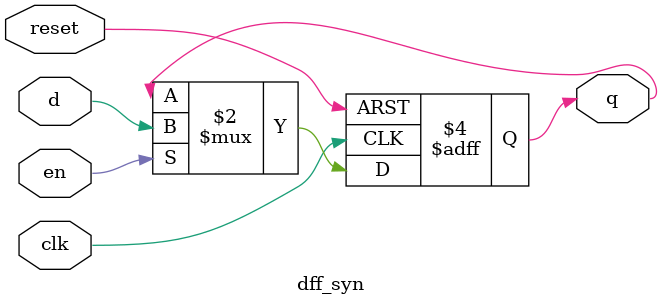
<source format=v>
module dff_syn
(
    input wire clk,
    input wire reset,
    input wire en,
    input wire d,
    output reg q
);

    always @(posedge clk, posedge reset)
    begin
        if (reset)
            q <= 1'b0;
        else if (en)
            q <= d;
    end
endmodule
</source>
